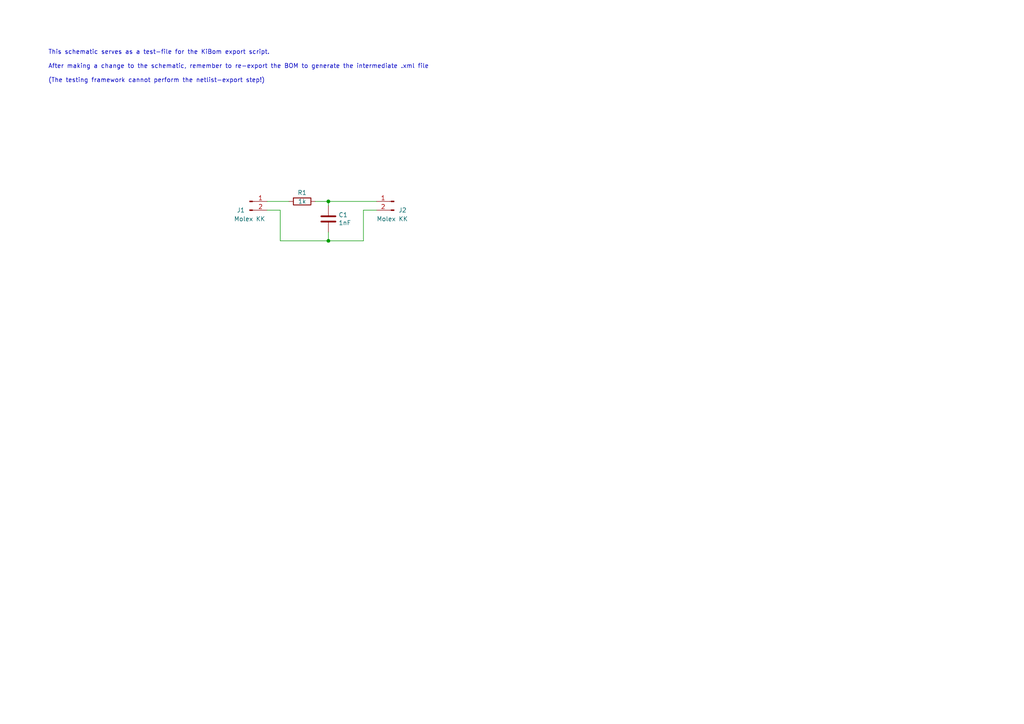
<source format=kicad_sch>
(kicad_sch (version 20211123) (generator eeschema)
  (paper "A4")
  (title_block (title "KiBom Test Schematic") (date "2020-03-12") (rev "A") (company "https://github.com/SchrodingersGat/KiBom"))
  (lib_symbols
    (symbol "Connector:Conn_01x02_Male" (pin_names (offset 1.016) hide)
      (property "Reference" "J" (at 0 2.54 0))
      (property "Value" "Conn_01x02_Male" (at 0 -5.08 0))
      (symbol "Conn_01x02_Male_1_1"
        (polyline (pts (xy 1.27 -2.54) (xy 0.8636 -2.54)) (stroke (width 0.1524)))
        (polyline (pts (xy 1.27 0) (xy 0.8636 0)) (stroke (width 0.1524)))
        (rectangle (start 0.8636 -2.413) (end 0 -2.667) (stroke (width 0.1524)) (fill (type outline)))
        (rectangle (start 0.8636 0.127) (end 0 -0.127) (stroke (width 0.1524)) (fill (type outline)))
        (pin passive line (at 5.08 0 180) (length 3.81) (name "Pin_1") (number "1"))
        (pin passive line (at 5.08 -2.54 180) (length 3.81) (name "Pin_2") (number "2"))
      )
    )
    (symbol "Device:C" (pin_numbers hide) (pin_names (offset 0.254))
      (property "Reference" "C" (at 0.635 2.54 0))
      (property "Value" "C" (at 0.635 -2.54 0))
      (symbol "C_0_1"
        (polyline (pts (xy -2.032 -0.762) (xy 2.032 -0.762)) (stroke (width 0.508)))
        (polyline (pts (xy -2.032 0.762) (xy 2.032 0.762)) (stroke (width 0.508)))
      )
      (symbol "C_1_1"
        (pin passive line (at 0 3.81 270) (length 2.794) (name "~") (number "1"))
        (pin passive line (at 0 -3.81 90) (length 2.794) (name "~") (number "2"))
      )
    )
    (symbol "Device:R" (pin_numbers hide) (pin_names (offset 0))
      (property "Reference" "R" (at 2.032 0 90))
      (property "Value" "R" (at 0 0 90))
      (symbol "R_0_1"
        (rectangle (start -1.016 -2.54) (end 1.016 2.54) (stroke (width 0.254)))
      )
      (symbol "R_1_1"
        (pin passive line (at 0 3.81 270) (length 1.27) (name "~") (number "1"))
        (pin passive line (at 0 -3.81 90) (length 1.27) (name "~") (number "2"))
      )
    )
  )
  (junction (at 95.25 69.85))
  (junction (at 95.25 58.42))
  (wire (pts (xy 105.41 60.96) (xy 109.22 60.96)))
  (wire (pts (xy 81.28 69.85) (xy 95.25 69.85)))
  (wire (pts (xy 95.25 58.42) (xy 109.22 58.42)))
  (wire (pts (xy 95.25 59.69) (xy 95.25 58.42)))
  (wire (pts (xy 105.41 69.85) (xy 105.41 60.96)))
  (wire (pts (xy 77.47 58.42) (xy 83.82 58.42)))
  (wire (pts (xy 95.25 69.85) (xy 95.25 67.31)))
  (wire (pts (xy 91.44 58.42) (xy 95.25 58.42)))
  (wire (pts (xy 77.47 60.96) (xy 81.28 60.96)))
  (wire (pts (xy 95.25 69.85) (xy 105.41 69.85)))
  (wire (pts (xy 81.28 60.96) (xy 81.28 69.85)))
  (text "This schematic serves as a test-file for the KiBom export script.\n\nAfter making a change to the schematic, remember to re-export the BOM to generate the intermediate .xml file\n\n(The testing framework cannot perform the netlist-export step!)" (at 13.97 24.13 0) (effects (font (size 1.27 1.27)) (justify left bottom)))
  (symbol (lib_id "Connector:Conn_01x02_Male") (at 72.39 58.42 0) (unit 1)
    (property "Reference" "J1" (at 69.85 60.96 0))
    (property "Value" "Molex KK" (at 72.39 63.5 0))
    (property "Datasheet" "https://www.molex.com/webdocs/datasheets/pdf/en-us//0022232021_PCB_HEADERS.pdf" (effects hide))
    (property "digikey#" "900-0022232021-ND" (effects hide))
    (property "manf#" "0022232021" (effects hide))
    (property "manf" "Molex" (effects hide))
  )
  (symbol (lib_id "Connector:Conn_01x02_Male") (at 114.3 58.42 0) (mirror y) (unit 1)
    (property "Reference" "J2" (at 115.57 60.96 0) (effects (justify right)))
    (property "Value" "Molex KK" (at 109.22 63.5 0) (effects (justify right)))
    (property "Datasheet" "https://www.molex.com/webdocs/datasheets/pdf/en-us//0022232021_PCB_HEADERS.pdf" (effects hide))
    (property "digikey#" "900-0022232021-ND" (effects hide))
    (property "manf#" "0022232021" (effects hide))
    (property "manf" "Molex" (effects hide))
  )
  (symbol (lib_id "Device:R") (at 87.63 58.42 270) (unit 1)
    (property "Reference" "R1" (at 87.63 55.88 90))
    (property "Value" "1k" (at 87.63 58.42 90))
    (property "Datasheet" "https://www.bourns.com/docs/product-datasheets/CRxxxxx.pdf" (effects hide))
    (property "digikey#" "CR0805-JW-102ELFCT-ND" (effects hide))
    (property "manf#" "CR0805-JW-102ELF" (effects hide))
    (property "Tolerance" "5%" (effects hide))
    (property "manf" "Bourns" (effects hide))
  )
  (symbol (lib_id "Device:C") (at 95.25 63.5 0) (unit 1)
    (property "Reference" "C1" (at 98.171 62.3316 0) (effects (justify left)))
    (property "Value" "1nF" (at 98.171 64.643 0) (effects (justify left)))
    (property "Datasheet" "https://content.kemet.com/datasheets/KEM_C1002_X7R_SMD.pdf" (effects hide))
    (property "digikey#" "399-1147-1-ND" (effects hide))
    (property "manf#" "C0805C102K5RACTU" (effects hide))
    (property "Tolerance" "10%" (effects hide))
    (property "manf" "KEMET" (effects hide))
    (property "Voltage" "50V" (effects hide))
    (property "SMN1" "Alternative" (effects hide))
  )
)
</source>
